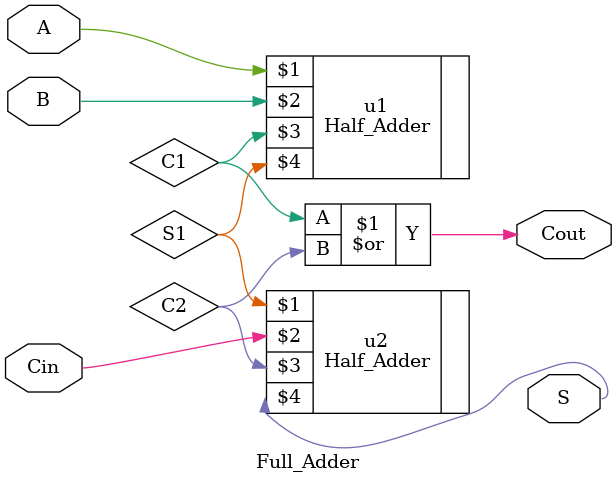
<source format=v>
`timescale 1ns / 1ps


module Full_Adder(A, B, Cin, S, Cout);
input A, B, Cin;
output S, Cout;
wire S1, C1, C2;

Half_Adder u1 (A, B, C1, S1);
Half_Adder u2 (S1, Cin, C2, S);

assign Cout = C1 | C2;

endmodule

</source>
